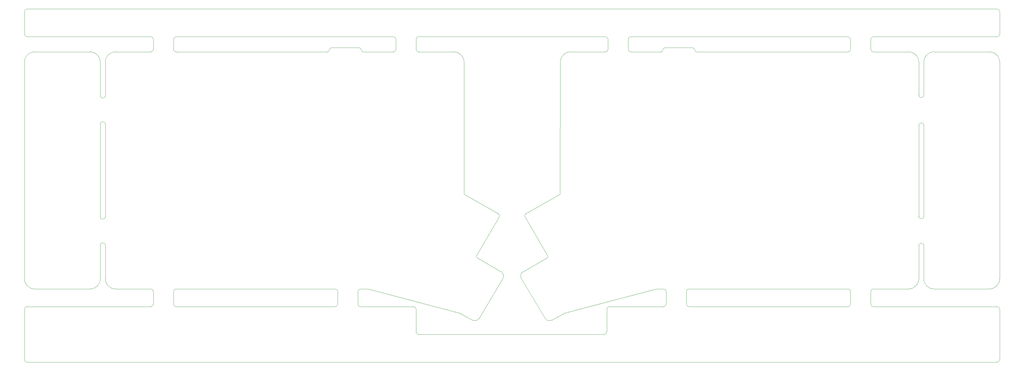
<source format=gm1>
G04 #@! TF.GenerationSoftware,KiCad,Pcbnew,(5.1.4-0-10_14)*
G04 #@! TF.CreationDate,2020-08-09T17:16:07-05:00*
G04 #@! TF.ProjectId,Dori,446f7269-2e6b-4696-9361-645f70636258,rev?*
G04 #@! TF.SameCoordinates,Original*
G04 #@! TF.FileFunction,Profile,NP*
%FSLAX46Y46*%
G04 Gerber Fmt 4.6, Leading zero omitted, Abs format (unit mm)*
G04 Created by KiCad (PCBNEW (5.1.4-0-10_14)) date 2020-08-09 17:16:07*
%MOMM*%
%LPD*%
G04 APERTURE LIST*
%ADD10C,0.050000*%
G04 APERTURE END LIST*
D10*
X260350000Y-88503125D02*
X249745500Y-94488002D01*
X249364500Y-95631000D02*
G75*
G02X249745500Y-94488002I761999J380999D01*
G01*
X249364500Y-95631000D02*
X256507500Y-107945000D01*
X256414289Y-108359787D02*
X248602500Y-112903000D01*
X256414289Y-108359787D02*
G75*
G03X256507500Y-107945000I-160788J253999D01*
G01*
X248602500Y-112903001D02*
G75*
G03X248160283Y-114938043I954782J-1273043D01*
G01*
X248160283Y-114938043D02*
X255714500Y-127635000D01*
X255714501Y-127635000D02*
G75*
G03X257749543Y-128077217I1273043J954782D01*
G01*
X292056172Y-43654484D02*
X282575000Y-43656250D01*
X350837500Y-43656250D02*
X303250000Y-43654484D01*
X188582924Y-42359060D02*
G75*
G03X187805684Y-43136300I0J-777240D01*
G01*
X187287500Y-43654484D02*
X139700000Y-43656250D01*
X207962500Y-43656250D02*
X198481328Y-43654484D01*
X197963144Y-43136300D02*
G75*
G03X198481328Y-43654484I518184J0D01*
G01*
X187287500Y-43654484D02*
G75*
G03X187805684Y-43136300I0J518184D01*
G01*
X197185904Y-42359060D02*
X188582924Y-42359060D01*
X197963144Y-43136300D02*
G75*
G03X197185904Y-42359060I-777240J0D01*
G01*
X373063214Y-104648000D02*
G75*
G02X374650000Y-104648000I793393J0D01*
G01*
X374649286Y-95377000D02*
G75*
G02X373062500Y-95377000I-793393J0D01*
G01*
X373063214Y-66802000D02*
G75*
G02X374650000Y-66802000I793393J0D01*
G01*
X374650000Y-46831250D02*
G75*
G02X377825000Y-43656250I3175000J0D01*
G01*
X374649286Y-57277000D02*
G75*
G02X373062500Y-57277000I-793393J0D01*
G01*
X117474286Y-57404000D02*
G75*
G02X115887500Y-57404000I-793393J0D01*
G01*
X115888214Y-66421000D02*
G75*
G02X117475000Y-66421000I793393J0D01*
G01*
X117474286Y-95504000D02*
G75*
G02X115887500Y-95504000I-793393J0D01*
G01*
X115887857Y-104521000D02*
G75*
G02X117474643Y-104521000I793393J0D01*
G01*
X290512500Y-118266556D02*
X261683500Y-125857000D01*
X290512500Y-118266556D02*
X292893750Y-118268750D01*
X257749543Y-128077217D02*
X261683500Y-125857000D01*
X398462500Y-140493750D02*
G75*
G02X397668750Y-141287500I-793750J0D01*
G01*
X397668750Y-123825000D02*
G75*
G02X398462500Y-124618750I0J-793750D01*
G01*
X358775000Y-123825000D02*
G75*
G02X357981250Y-123031250I0J793750D01*
G01*
X357981250Y-119062500D02*
G75*
G02X358775000Y-118268750I793750J0D01*
G01*
X351631250Y-123031250D02*
G75*
G02X350837500Y-123825000I-793750J0D01*
G01*
X350837500Y-118268750D02*
G75*
G02X351631250Y-119062500I0J-793750D01*
G01*
X300831250Y-123825000D02*
G75*
G02X300037500Y-123031250I0J793750D01*
G01*
X300037500Y-119062500D02*
G75*
G02X300831250Y-118268750I793750J0D01*
G01*
X92075000Y-30956250D02*
G75*
G02X92868750Y-30162500I793750J0D01*
G01*
X92075000Y-38100000D02*
X92075000Y-30956250D01*
X397668750Y-30162500D02*
G75*
G02X398462500Y-30956250I0J-793750D01*
G01*
X398462500Y-38100000D02*
G75*
G02X397668750Y-38893750I-793750J0D01*
G01*
X351631250Y-42862500D02*
G75*
G02X350837500Y-43656250I-793750J0D01*
G01*
X350837500Y-38893750D02*
G75*
G02X351631250Y-39687500I0J-793750D01*
G01*
X282575000Y-43656250D02*
G75*
G02X281781250Y-42862500I0J793750D01*
G01*
X281781250Y-39687500D02*
G75*
G02X282575000Y-38893750I793750J0D01*
G01*
X260442500Y-46831250D02*
G75*
G02X263617500Y-43656250I3175000J0D01*
G01*
X275431250Y-42862500D02*
G75*
G02X274637500Y-43656250I-793750J0D01*
G01*
X274637500Y-38893750D02*
G75*
G02X275431250Y-39687500I0J-793750D01*
G01*
X357981250Y-39687500D02*
G75*
G02X358775000Y-38893750I793750J0D01*
G01*
X358775000Y-43656250D02*
G75*
G02X357981250Y-42862500I0J793750D01*
G01*
X369887500Y-43656250D02*
G75*
G02X373062500Y-46831250I0J-3175000D01*
G01*
X395287500Y-43656250D02*
G75*
G02X398462500Y-46831250I0J-3175000D01*
G01*
X398462500Y-115093750D02*
G75*
G02X395287500Y-118268750I-3175000J0D01*
G01*
X377825000Y-118268750D02*
G75*
G02X374650000Y-115093750I0J3175000D01*
G01*
X373062500Y-115093750D02*
G75*
G02X369887500Y-118268750I-3175000J0D01*
G01*
X293687500Y-123031250D02*
G75*
G02X292893750Y-123825000I-793750J0D01*
G01*
X292893750Y-118268750D02*
G75*
G02X293687500Y-119062500I0J-793750D01*
G01*
X275034375Y-124618750D02*
G75*
G02X275828125Y-123825000I793750J0D01*
G01*
X275034375Y-131762500D02*
G75*
G02X274240625Y-132556250I-793750J0D01*
G01*
X215900000Y-132556250D02*
G75*
G02X215106250Y-131762500I0J793750D01*
G01*
X214312500Y-123825000D02*
G75*
G02X215106250Y-124618750I0J-793750D01*
G01*
X241173000Y-95631000D02*
X234030000Y-107945000D01*
X227012500Y-43656250D02*
G75*
G02X230187500Y-46831250I0J-3175000D01*
G01*
X215106250Y-39687500D02*
G75*
G02X215900000Y-38893750I793750J0D01*
G01*
X215900000Y-43656250D02*
G75*
G02X215106250Y-42862500I0J793750D01*
G01*
X207962500Y-38893750D02*
G75*
G02X208756250Y-39687500I0J-793750D01*
G01*
X208756250Y-42862500D02*
G75*
G02X207962500Y-43656250I-793750J0D01*
G01*
X138906250Y-39687500D02*
G75*
G02X139700000Y-38893750I793750J0D01*
G01*
X139700000Y-43656250D02*
G75*
G02X138906250Y-42862500I0J793750D01*
G01*
X197643750Y-123825000D02*
G75*
G02X196850000Y-123031250I0J793750D01*
G01*
X196850000Y-119062500D02*
G75*
G02X197643750Y-118268750I793750J0D01*
G01*
X190500000Y-123031250D02*
G75*
G02X189706250Y-123825000I-793750J0D01*
G01*
X189706250Y-118268750D02*
G75*
G02X190500000Y-119062500I0J-793750D01*
G01*
X139700000Y-123825000D02*
G75*
G02X138906250Y-123031250I0J793750D01*
G01*
X138906250Y-119062500D02*
G75*
G02X139700000Y-118268750I793750J0D01*
G01*
X92868750Y-141287500D02*
G75*
G02X92075000Y-140493750I0J793750D01*
G01*
X92075000Y-124618750D02*
G75*
G02X92868750Y-123825000I793750J0D01*
G01*
X132556250Y-123031250D02*
G75*
G02X131762500Y-123825000I-793750J0D01*
G01*
X131762500Y-118268748D02*
G75*
G02X132556250Y-119062498I0J-793750D01*
G01*
X120650000Y-118268750D02*
G75*
G02X117475000Y-115093750I0J3175000D01*
G01*
X115887500Y-115093750D02*
G75*
G02X112712500Y-118268750I-3175000J0D01*
G01*
X92868750Y-38893750D02*
G75*
G02X92075000Y-38100000I0J793750D01*
G01*
X131762500Y-38893750D02*
G75*
G02X132556250Y-39687500I0J-793750D01*
G01*
X132556250Y-42862500D02*
G75*
G02X131762500Y-43656250I-793750J0D01*
G01*
X117475000Y-46831250D02*
G75*
G02X120650000Y-43656250I3175000J0D01*
G01*
X112712500Y-43656250D02*
G75*
G02X115887500Y-46831250I0J-3175000D01*
G01*
X92075000Y-46831250D02*
G75*
G02X95250000Y-43656250I3175000J0D01*
G01*
X95250000Y-118268750D02*
G75*
G02X92075000Y-115093750I0J3175000D01*
G01*
X234822999Y-127635000D02*
G75*
G02X232787957Y-128077217I-1273043J954782D01*
G01*
X242377217Y-114938043D02*
X234823000Y-127635000D01*
X232787957Y-128077217D02*
X228854000Y-125857000D01*
X234123211Y-108359787D02*
G75*
G02X234030000Y-107945000I160788J253999D01*
G01*
X373062500Y-115093750D02*
X373063214Y-104648000D01*
X374649286Y-57277000D02*
X374650000Y-46831250D01*
X373062500Y-46831250D02*
X373062500Y-57277000D01*
X374650000Y-115093750D02*
X374650000Y-104648000D01*
X377825000Y-118268750D02*
X395288062Y-118268750D01*
X373063214Y-66802000D02*
X373062500Y-95377000D01*
X374650000Y-66802000D02*
X374649286Y-95377000D01*
X395287500Y-43656250D02*
X377825000Y-43656250D01*
X398462500Y-115093750D02*
X398462500Y-46831250D01*
X274240625Y-132556250D02*
X215900000Y-132556250D01*
X275034375Y-124618750D02*
X275034375Y-131762500D01*
X275828125Y-123825000D02*
X292893750Y-123825000D01*
X398462500Y-124618750D02*
X398462500Y-140493750D01*
X397668750Y-123825000D02*
X358775000Y-123825000D01*
X92868750Y-141287500D02*
X397668750Y-141287500D01*
X92075000Y-124618750D02*
X92075000Y-140493750D01*
X215106250Y-124618750D02*
X215106250Y-131762500D01*
X214312500Y-123825000D02*
X197643750Y-123825000D01*
X131762500Y-123825000D02*
X92868750Y-123825000D01*
X139700000Y-123825000D02*
X189706250Y-123825000D01*
X131762500Y-118268748D02*
X120650000Y-118268750D01*
X189706250Y-118268750D02*
X139700000Y-118268750D01*
X200025000Y-118266556D02*
X197643750Y-118268750D01*
X190500000Y-119062500D02*
X190500000Y-123031250D01*
X196850000Y-119062500D02*
X196850000Y-123031250D01*
X132556250Y-119062498D02*
X132556250Y-123031250D01*
X138906250Y-119062500D02*
X138906250Y-123031250D01*
X358775000Y-118268750D02*
X369887500Y-118268750D01*
X300831250Y-118268750D02*
X350837500Y-118268750D01*
X300831250Y-123825000D02*
X350837500Y-123825000D01*
X293687500Y-119062500D02*
X293687500Y-123031250D01*
X300037500Y-119062500D02*
X300037500Y-123031250D01*
X351631250Y-119062500D02*
X351631250Y-123031250D01*
X357981250Y-119062500D02*
X357981250Y-123031250D01*
X227012500Y-43656250D02*
X215900000Y-43656250D01*
X131762500Y-43656250D02*
X120650000Y-43656250D01*
X397668750Y-38893750D02*
X358775000Y-38893750D01*
X357981250Y-39687500D02*
X357981250Y-42862500D01*
X351631250Y-39687500D02*
X351631250Y-42862500D01*
X282575000Y-38893750D02*
X350837500Y-38893750D01*
X358775000Y-43656250D02*
X369887500Y-43656250D01*
X281781250Y-39687500D02*
X281781250Y-42862500D01*
X274637500Y-43656250D02*
X263617500Y-43656250D01*
X275431250Y-39687500D02*
X275431250Y-42862500D01*
X215900000Y-38893750D02*
X274637500Y-38893750D01*
X215106250Y-39687500D02*
X215106250Y-42862500D01*
X208756250Y-39687500D02*
X208756250Y-42862500D01*
X139700000Y-38893750D02*
X207962500Y-38893750D01*
X131762500Y-38893750D02*
X92868750Y-38893750D01*
X138906250Y-39687500D02*
X138906250Y-42862500D01*
X132556250Y-39687500D02*
X132556250Y-42862500D01*
X398462500Y-30956250D02*
X398462500Y-38100000D01*
X92868750Y-30162500D02*
X397668750Y-30162500D01*
X230187500Y-46831250D02*
X230187500Y-88503125D01*
X230187500Y-88503125D02*
X240792000Y-94488002D01*
X241173000Y-95631000D02*
G75*
G03X240792000Y-94488002I-761999J380999D01*
G01*
X241935000Y-112903001D02*
G75*
G02X242377217Y-114938043I-954782J-1273043D01*
G01*
X234123211Y-108359787D02*
X241935000Y-112903000D01*
X200025000Y-118266556D02*
X228854000Y-125857000D01*
X260442500Y-46831250D02*
X260350000Y-88503125D01*
X301954576Y-42359060D02*
G75*
G02X302731816Y-43136300I0J-777240D01*
G01*
X292574356Y-43136300D02*
G75*
G02X293351596Y-42359060I777240J0D01*
G01*
X293351596Y-42359060D02*
X301954576Y-42359060D01*
X303250000Y-43654484D02*
G75*
G02X302731816Y-43136300I0J518184D01*
G01*
X292574356Y-43136300D02*
G75*
G02X292056172Y-43654484I-518184J0D01*
G01*
X92075000Y-115093750D02*
X92075000Y-46831250D01*
X95250000Y-43656250D02*
X112712500Y-43656250D01*
X115888214Y-66421000D02*
X115887500Y-95504000D01*
X117475000Y-66421000D02*
X117474286Y-95504000D01*
X112712500Y-118268750D02*
X95250000Y-118268750D01*
X115887500Y-115093750D02*
X115887857Y-104521000D01*
X117475000Y-46831250D02*
X117474286Y-57404000D01*
X115887500Y-57404000D02*
X115887500Y-46831250D01*
X117475000Y-115093750D02*
X117474643Y-104521000D01*
M02*

</source>
